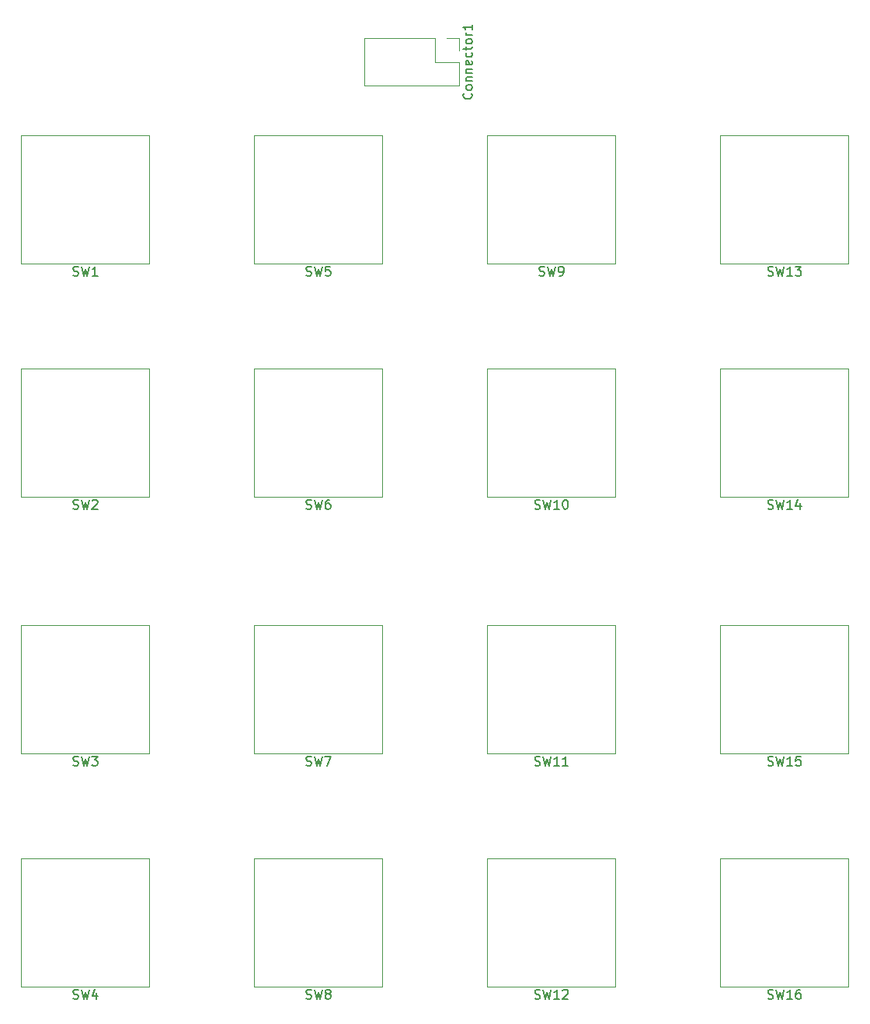
<source format=gbr>
%TF.GenerationSoftware,KiCad,Pcbnew,7.0.9-7.0.9~ubuntu22.04.1*%
%TF.CreationDate,2023-12-14T14:55:04+01:00*%
%TF.ProjectId,odooPad,6f646f6f-5061-4642-9e6b-696361645f70,rev?*%
%TF.SameCoordinates,Original*%
%TF.FileFunction,Legend,Top*%
%TF.FilePolarity,Positive*%
%FSLAX46Y46*%
G04 Gerber Fmt 4.6, Leading zero omitted, Abs format (unit mm)*
G04 Created by KiCad (PCBNEW 7.0.9-7.0.9~ubuntu22.04.1) date 2023-12-14 14:55:04*
%MOMM*%
%LPD*%
G01*
G04 APERTURE LIST*
%ADD10C,0.150000*%
%ADD11C,0.120000*%
G04 APERTURE END LIST*
D10*
X148739580Y-39258572D02*
X148787200Y-39306191D01*
X148787200Y-39306191D02*
X148834819Y-39449048D01*
X148834819Y-39449048D02*
X148834819Y-39544286D01*
X148834819Y-39544286D02*
X148787200Y-39687143D01*
X148787200Y-39687143D02*
X148691961Y-39782381D01*
X148691961Y-39782381D02*
X148596723Y-39830000D01*
X148596723Y-39830000D02*
X148406247Y-39877619D01*
X148406247Y-39877619D02*
X148263390Y-39877619D01*
X148263390Y-39877619D02*
X148072914Y-39830000D01*
X148072914Y-39830000D02*
X147977676Y-39782381D01*
X147977676Y-39782381D02*
X147882438Y-39687143D01*
X147882438Y-39687143D02*
X147834819Y-39544286D01*
X147834819Y-39544286D02*
X147834819Y-39449048D01*
X147834819Y-39449048D02*
X147882438Y-39306191D01*
X147882438Y-39306191D02*
X147930057Y-39258572D01*
X148834819Y-38687143D02*
X148787200Y-38782381D01*
X148787200Y-38782381D02*
X148739580Y-38830000D01*
X148739580Y-38830000D02*
X148644342Y-38877619D01*
X148644342Y-38877619D02*
X148358628Y-38877619D01*
X148358628Y-38877619D02*
X148263390Y-38830000D01*
X148263390Y-38830000D02*
X148215771Y-38782381D01*
X148215771Y-38782381D02*
X148168152Y-38687143D01*
X148168152Y-38687143D02*
X148168152Y-38544286D01*
X148168152Y-38544286D02*
X148215771Y-38449048D01*
X148215771Y-38449048D02*
X148263390Y-38401429D01*
X148263390Y-38401429D02*
X148358628Y-38353810D01*
X148358628Y-38353810D02*
X148644342Y-38353810D01*
X148644342Y-38353810D02*
X148739580Y-38401429D01*
X148739580Y-38401429D02*
X148787200Y-38449048D01*
X148787200Y-38449048D02*
X148834819Y-38544286D01*
X148834819Y-38544286D02*
X148834819Y-38687143D01*
X148168152Y-37925238D02*
X148834819Y-37925238D01*
X148263390Y-37925238D02*
X148215771Y-37877619D01*
X148215771Y-37877619D02*
X148168152Y-37782381D01*
X148168152Y-37782381D02*
X148168152Y-37639524D01*
X148168152Y-37639524D02*
X148215771Y-37544286D01*
X148215771Y-37544286D02*
X148311009Y-37496667D01*
X148311009Y-37496667D02*
X148834819Y-37496667D01*
X148168152Y-37020476D02*
X148834819Y-37020476D01*
X148263390Y-37020476D02*
X148215771Y-36972857D01*
X148215771Y-36972857D02*
X148168152Y-36877619D01*
X148168152Y-36877619D02*
X148168152Y-36734762D01*
X148168152Y-36734762D02*
X148215771Y-36639524D01*
X148215771Y-36639524D02*
X148311009Y-36591905D01*
X148311009Y-36591905D02*
X148834819Y-36591905D01*
X148787200Y-35734762D02*
X148834819Y-35830000D01*
X148834819Y-35830000D02*
X148834819Y-36020476D01*
X148834819Y-36020476D02*
X148787200Y-36115714D01*
X148787200Y-36115714D02*
X148691961Y-36163333D01*
X148691961Y-36163333D02*
X148311009Y-36163333D01*
X148311009Y-36163333D02*
X148215771Y-36115714D01*
X148215771Y-36115714D02*
X148168152Y-36020476D01*
X148168152Y-36020476D02*
X148168152Y-35830000D01*
X148168152Y-35830000D02*
X148215771Y-35734762D01*
X148215771Y-35734762D02*
X148311009Y-35687143D01*
X148311009Y-35687143D02*
X148406247Y-35687143D01*
X148406247Y-35687143D02*
X148501485Y-36163333D01*
X148787200Y-34830000D02*
X148834819Y-34925238D01*
X148834819Y-34925238D02*
X148834819Y-35115714D01*
X148834819Y-35115714D02*
X148787200Y-35210952D01*
X148787200Y-35210952D02*
X148739580Y-35258571D01*
X148739580Y-35258571D02*
X148644342Y-35306190D01*
X148644342Y-35306190D02*
X148358628Y-35306190D01*
X148358628Y-35306190D02*
X148263390Y-35258571D01*
X148263390Y-35258571D02*
X148215771Y-35210952D01*
X148215771Y-35210952D02*
X148168152Y-35115714D01*
X148168152Y-35115714D02*
X148168152Y-34925238D01*
X148168152Y-34925238D02*
X148215771Y-34830000D01*
X148168152Y-34544285D02*
X148168152Y-34163333D01*
X147834819Y-34401428D02*
X148691961Y-34401428D01*
X148691961Y-34401428D02*
X148787200Y-34353809D01*
X148787200Y-34353809D02*
X148834819Y-34258571D01*
X148834819Y-34258571D02*
X148834819Y-34163333D01*
X148834819Y-33687142D02*
X148787200Y-33782380D01*
X148787200Y-33782380D02*
X148739580Y-33829999D01*
X148739580Y-33829999D02*
X148644342Y-33877618D01*
X148644342Y-33877618D02*
X148358628Y-33877618D01*
X148358628Y-33877618D02*
X148263390Y-33829999D01*
X148263390Y-33829999D02*
X148215771Y-33782380D01*
X148215771Y-33782380D02*
X148168152Y-33687142D01*
X148168152Y-33687142D02*
X148168152Y-33544285D01*
X148168152Y-33544285D02*
X148215771Y-33449047D01*
X148215771Y-33449047D02*
X148263390Y-33401428D01*
X148263390Y-33401428D02*
X148358628Y-33353809D01*
X148358628Y-33353809D02*
X148644342Y-33353809D01*
X148644342Y-33353809D02*
X148739580Y-33401428D01*
X148739580Y-33401428D02*
X148787200Y-33449047D01*
X148787200Y-33449047D02*
X148834819Y-33544285D01*
X148834819Y-33544285D02*
X148834819Y-33687142D01*
X148834819Y-32925237D02*
X148168152Y-32925237D01*
X148358628Y-32925237D02*
X148263390Y-32877618D01*
X148263390Y-32877618D02*
X148215771Y-32829999D01*
X148215771Y-32829999D02*
X148168152Y-32734761D01*
X148168152Y-32734761D02*
X148168152Y-32639523D01*
X148834819Y-31782380D02*
X148834819Y-32353808D01*
X148834819Y-32068094D02*
X147834819Y-32068094D01*
X147834819Y-32068094D02*
X147977676Y-32163332D01*
X147977676Y-32163332D02*
X148072914Y-32258570D01*
X148072914Y-32258570D02*
X148120533Y-32353808D01*
X155670476Y-137821200D02*
X155813333Y-137868819D01*
X155813333Y-137868819D02*
X156051428Y-137868819D01*
X156051428Y-137868819D02*
X156146666Y-137821200D01*
X156146666Y-137821200D02*
X156194285Y-137773580D01*
X156194285Y-137773580D02*
X156241904Y-137678342D01*
X156241904Y-137678342D02*
X156241904Y-137583104D01*
X156241904Y-137583104D02*
X156194285Y-137487866D01*
X156194285Y-137487866D02*
X156146666Y-137440247D01*
X156146666Y-137440247D02*
X156051428Y-137392628D01*
X156051428Y-137392628D02*
X155860952Y-137345009D01*
X155860952Y-137345009D02*
X155765714Y-137297390D01*
X155765714Y-137297390D02*
X155718095Y-137249771D01*
X155718095Y-137249771D02*
X155670476Y-137154533D01*
X155670476Y-137154533D02*
X155670476Y-137059295D01*
X155670476Y-137059295D02*
X155718095Y-136964057D01*
X155718095Y-136964057D02*
X155765714Y-136916438D01*
X155765714Y-136916438D02*
X155860952Y-136868819D01*
X155860952Y-136868819D02*
X156099047Y-136868819D01*
X156099047Y-136868819D02*
X156241904Y-136916438D01*
X156575238Y-136868819D02*
X156813333Y-137868819D01*
X156813333Y-137868819D02*
X157003809Y-137154533D01*
X157003809Y-137154533D02*
X157194285Y-137868819D01*
X157194285Y-137868819D02*
X157432381Y-136868819D01*
X158337142Y-137868819D02*
X157765714Y-137868819D01*
X158051428Y-137868819D02*
X158051428Y-136868819D01*
X158051428Y-136868819D02*
X157956190Y-137011676D01*
X157956190Y-137011676D02*
X157860952Y-137106914D01*
X157860952Y-137106914D02*
X157765714Y-137154533D01*
X158718095Y-136964057D02*
X158765714Y-136916438D01*
X158765714Y-136916438D02*
X158860952Y-136868819D01*
X158860952Y-136868819D02*
X159099047Y-136868819D01*
X159099047Y-136868819D02*
X159194285Y-136916438D01*
X159194285Y-136916438D02*
X159241904Y-136964057D01*
X159241904Y-136964057D02*
X159289523Y-137059295D01*
X159289523Y-137059295D02*
X159289523Y-137154533D01*
X159289523Y-137154533D02*
X159241904Y-137297390D01*
X159241904Y-137297390D02*
X158670476Y-137868819D01*
X158670476Y-137868819D02*
X159289523Y-137868819D01*
X181070476Y-59081200D02*
X181213333Y-59128819D01*
X181213333Y-59128819D02*
X181451428Y-59128819D01*
X181451428Y-59128819D02*
X181546666Y-59081200D01*
X181546666Y-59081200D02*
X181594285Y-59033580D01*
X181594285Y-59033580D02*
X181641904Y-58938342D01*
X181641904Y-58938342D02*
X181641904Y-58843104D01*
X181641904Y-58843104D02*
X181594285Y-58747866D01*
X181594285Y-58747866D02*
X181546666Y-58700247D01*
X181546666Y-58700247D02*
X181451428Y-58652628D01*
X181451428Y-58652628D02*
X181260952Y-58605009D01*
X181260952Y-58605009D02*
X181165714Y-58557390D01*
X181165714Y-58557390D02*
X181118095Y-58509771D01*
X181118095Y-58509771D02*
X181070476Y-58414533D01*
X181070476Y-58414533D02*
X181070476Y-58319295D01*
X181070476Y-58319295D02*
X181118095Y-58224057D01*
X181118095Y-58224057D02*
X181165714Y-58176438D01*
X181165714Y-58176438D02*
X181260952Y-58128819D01*
X181260952Y-58128819D02*
X181499047Y-58128819D01*
X181499047Y-58128819D02*
X181641904Y-58176438D01*
X181975238Y-58128819D02*
X182213333Y-59128819D01*
X182213333Y-59128819D02*
X182403809Y-58414533D01*
X182403809Y-58414533D02*
X182594285Y-59128819D01*
X182594285Y-59128819D02*
X182832381Y-58128819D01*
X183737142Y-59128819D02*
X183165714Y-59128819D01*
X183451428Y-59128819D02*
X183451428Y-58128819D01*
X183451428Y-58128819D02*
X183356190Y-58271676D01*
X183356190Y-58271676D02*
X183260952Y-58366914D01*
X183260952Y-58366914D02*
X183165714Y-58414533D01*
X184070476Y-58128819D02*
X184689523Y-58128819D01*
X184689523Y-58128819D02*
X184356190Y-58509771D01*
X184356190Y-58509771D02*
X184499047Y-58509771D01*
X184499047Y-58509771D02*
X184594285Y-58557390D01*
X184594285Y-58557390D02*
X184641904Y-58605009D01*
X184641904Y-58605009D02*
X184689523Y-58700247D01*
X184689523Y-58700247D02*
X184689523Y-58938342D01*
X184689523Y-58938342D02*
X184641904Y-59033580D01*
X184641904Y-59033580D02*
X184594285Y-59081200D01*
X184594285Y-59081200D02*
X184499047Y-59128819D01*
X184499047Y-59128819D02*
X184213333Y-59128819D01*
X184213333Y-59128819D02*
X184118095Y-59081200D01*
X184118095Y-59081200D02*
X184070476Y-59033580D01*
X130746667Y-84481200D02*
X130889524Y-84528819D01*
X130889524Y-84528819D02*
X131127619Y-84528819D01*
X131127619Y-84528819D02*
X131222857Y-84481200D01*
X131222857Y-84481200D02*
X131270476Y-84433580D01*
X131270476Y-84433580D02*
X131318095Y-84338342D01*
X131318095Y-84338342D02*
X131318095Y-84243104D01*
X131318095Y-84243104D02*
X131270476Y-84147866D01*
X131270476Y-84147866D02*
X131222857Y-84100247D01*
X131222857Y-84100247D02*
X131127619Y-84052628D01*
X131127619Y-84052628D02*
X130937143Y-84005009D01*
X130937143Y-84005009D02*
X130841905Y-83957390D01*
X130841905Y-83957390D02*
X130794286Y-83909771D01*
X130794286Y-83909771D02*
X130746667Y-83814533D01*
X130746667Y-83814533D02*
X130746667Y-83719295D01*
X130746667Y-83719295D02*
X130794286Y-83624057D01*
X130794286Y-83624057D02*
X130841905Y-83576438D01*
X130841905Y-83576438D02*
X130937143Y-83528819D01*
X130937143Y-83528819D02*
X131175238Y-83528819D01*
X131175238Y-83528819D02*
X131318095Y-83576438D01*
X131651429Y-83528819D02*
X131889524Y-84528819D01*
X131889524Y-84528819D02*
X132080000Y-83814533D01*
X132080000Y-83814533D02*
X132270476Y-84528819D01*
X132270476Y-84528819D02*
X132508572Y-83528819D01*
X133318095Y-83528819D02*
X133127619Y-83528819D01*
X133127619Y-83528819D02*
X133032381Y-83576438D01*
X133032381Y-83576438D02*
X132984762Y-83624057D01*
X132984762Y-83624057D02*
X132889524Y-83766914D01*
X132889524Y-83766914D02*
X132841905Y-83957390D01*
X132841905Y-83957390D02*
X132841905Y-84338342D01*
X132841905Y-84338342D02*
X132889524Y-84433580D01*
X132889524Y-84433580D02*
X132937143Y-84481200D01*
X132937143Y-84481200D02*
X133032381Y-84528819D01*
X133032381Y-84528819D02*
X133222857Y-84528819D01*
X133222857Y-84528819D02*
X133318095Y-84481200D01*
X133318095Y-84481200D02*
X133365714Y-84433580D01*
X133365714Y-84433580D02*
X133413333Y-84338342D01*
X133413333Y-84338342D02*
X133413333Y-84100247D01*
X133413333Y-84100247D02*
X133365714Y-84005009D01*
X133365714Y-84005009D02*
X133318095Y-83957390D01*
X133318095Y-83957390D02*
X133222857Y-83909771D01*
X133222857Y-83909771D02*
X133032381Y-83909771D01*
X133032381Y-83909771D02*
X132937143Y-83957390D01*
X132937143Y-83957390D02*
X132889524Y-84005009D01*
X132889524Y-84005009D02*
X132841905Y-84100247D01*
X105346667Y-59081200D02*
X105489524Y-59128819D01*
X105489524Y-59128819D02*
X105727619Y-59128819D01*
X105727619Y-59128819D02*
X105822857Y-59081200D01*
X105822857Y-59081200D02*
X105870476Y-59033580D01*
X105870476Y-59033580D02*
X105918095Y-58938342D01*
X105918095Y-58938342D02*
X105918095Y-58843104D01*
X105918095Y-58843104D02*
X105870476Y-58747866D01*
X105870476Y-58747866D02*
X105822857Y-58700247D01*
X105822857Y-58700247D02*
X105727619Y-58652628D01*
X105727619Y-58652628D02*
X105537143Y-58605009D01*
X105537143Y-58605009D02*
X105441905Y-58557390D01*
X105441905Y-58557390D02*
X105394286Y-58509771D01*
X105394286Y-58509771D02*
X105346667Y-58414533D01*
X105346667Y-58414533D02*
X105346667Y-58319295D01*
X105346667Y-58319295D02*
X105394286Y-58224057D01*
X105394286Y-58224057D02*
X105441905Y-58176438D01*
X105441905Y-58176438D02*
X105537143Y-58128819D01*
X105537143Y-58128819D02*
X105775238Y-58128819D01*
X105775238Y-58128819D02*
X105918095Y-58176438D01*
X106251429Y-58128819D02*
X106489524Y-59128819D01*
X106489524Y-59128819D02*
X106680000Y-58414533D01*
X106680000Y-58414533D02*
X106870476Y-59128819D01*
X106870476Y-59128819D02*
X107108572Y-58128819D01*
X108013333Y-59128819D02*
X107441905Y-59128819D01*
X107727619Y-59128819D02*
X107727619Y-58128819D01*
X107727619Y-58128819D02*
X107632381Y-58271676D01*
X107632381Y-58271676D02*
X107537143Y-58366914D01*
X107537143Y-58366914D02*
X107441905Y-58414533D01*
X181070476Y-112421200D02*
X181213333Y-112468819D01*
X181213333Y-112468819D02*
X181451428Y-112468819D01*
X181451428Y-112468819D02*
X181546666Y-112421200D01*
X181546666Y-112421200D02*
X181594285Y-112373580D01*
X181594285Y-112373580D02*
X181641904Y-112278342D01*
X181641904Y-112278342D02*
X181641904Y-112183104D01*
X181641904Y-112183104D02*
X181594285Y-112087866D01*
X181594285Y-112087866D02*
X181546666Y-112040247D01*
X181546666Y-112040247D02*
X181451428Y-111992628D01*
X181451428Y-111992628D02*
X181260952Y-111945009D01*
X181260952Y-111945009D02*
X181165714Y-111897390D01*
X181165714Y-111897390D02*
X181118095Y-111849771D01*
X181118095Y-111849771D02*
X181070476Y-111754533D01*
X181070476Y-111754533D02*
X181070476Y-111659295D01*
X181070476Y-111659295D02*
X181118095Y-111564057D01*
X181118095Y-111564057D02*
X181165714Y-111516438D01*
X181165714Y-111516438D02*
X181260952Y-111468819D01*
X181260952Y-111468819D02*
X181499047Y-111468819D01*
X181499047Y-111468819D02*
X181641904Y-111516438D01*
X181975238Y-111468819D02*
X182213333Y-112468819D01*
X182213333Y-112468819D02*
X182403809Y-111754533D01*
X182403809Y-111754533D02*
X182594285Y-112468819D01*
X182594285Y-112468819D02*
X182832381Y-111468819D01*
X183737142Y-112468819D02*
X183165714Y-112468819D01*
X183451428Y-112468819D02*
X183451428Y-111468819D01*
X183451428Y-111468819D02*
X183356190Y-111611676D01*
X183356190Y-111611676D02*
X183260952Y-111706914D01*
X183260952Y-111706914D02*
X183165714Y-111754533D01*
X184641904Y-111468819D02*
X184165714Y-111468819D01*
X184165714Y-111468819D02*
X184118095Y-111945009D01*
X184118095Y-111945009D02*
X184165714Y-111897390D01*
X184165714Y-111897390D02*
X184260952Y-111849771D01*
X184260952Y-111849771D02*
X184499047Y-111849771D01*
X184499047Y-111849771D02*
X184594285Y-111897390D01*
X184594285Y-111897390D02*
X184641904Y-111945009D01*
X184641904Y-111945009D02*
X184689523Y-112040247D01*
X184689523Y-112040247D02*
X184689523Y-112278342D01*
X184689523Y-112278342D02*
X184641904Y-112373580D01*
X184641904Y-112373580D02*
X184594285Y-112421200D01*
X184594285Y-112421200D02*
X184499047Y-112468819D01*
X184499047Y-112468819D02*
X184260952Y-112468819D01*
X184260952Y-112468819D02*
X184165714Y-112421200D01*
X184165714Y-112421200D02*
X184118095Y-112373580D01*
X181070476Y-137821200D02*
X181213333Y-137868819D01*
X181213333Y-137868819D02*
X181451428Y-137868819D01*
X181451428Y-137868819D02*
X181546666Y-137821200D01*
X181546666Y-137821200D02*
X181594285Y-137773580D01*
X181594285Y-137773580D02*
X181641904Y-137678342D01*
X181641904Y-137678342D02*
X181641904Y-137583104D01*
X181641904Y-137583104D02*
X181594285Y-137487866D01*
X181594285Y-137487866D02*
X181546666Y-137440247D01*
X181546666Y-137440247D02*
X181451428Y-137392628D01*
X181451428Y-137392628D02*
X181260952Y-137345009D01*
X181260952Y-137345009D02*
X181165714Y-137297390D01*
X181165714Y-137297390D02*
X181118095Y-137249771D01*
X181118095Y-137249771D02*
X181070476Y-137154533D01*
X181070476Y-137154533D02*
X181070476Y-137059295D01*
X181070476Y-137059295D02*
X181118095Y-136964057D01*
X181118095Y-136964057D02*
X181165714Y-136916438D01*
X181165714Y-136916438D02*
X181260952Y-136868819D01*
X181260952Y-136868819D02*
X181499047Y-136868819D01*
X181499047Y-136868819D02*
X181641904Y-136916438D01*
X181975238Y-136868819D02*
X182213333Y-137868819D01*
X182213333Y-137868819D02*
X182403809Y-137154533D01*
X182403809Y-137154533D02*
X182594285Y-137868819D01*
X182594285Y-137868819D02*
X182832381Y-136868819D01*
X183737142Y-137868819D02*
X183165714Y-137868819D01*
X183451428Y-137868819D02*
X183451428Y-136868819D01*
X183451428Y-136868819D02*
X183356190Y-137011676D01*
X183356190Y-137011676D02*
X183260952Y-137106914D01*
X183260952Y-137106914D02*
X183165714Y-137154533D01*
X184594285Y-136868819D02*
X184403809Y-136868819D01*
X184403809Y-136868819D02*
X184308571Y-136916438D01*
X184308571Y-136916438D02*
X184260952Y-136964057D01*
X184260952Y-136964057D02*
X184165714Y-137106914D01*
X184165714Y-137106914D02*
X184118095Y-137297390D01*
X184118095Y-137297390D02*
X184118095Y-137678342D01*
X184118095Y-137678342D02*
X184165714Y-137773580D01*
X184165714Y-137773580D02*
X184213333Y-137821200D01*
X184213333Y-137821200D02*
X184308571Y-137868819D01*
X184308571Y-137868819D02*
X184499047Y-137868819D01*
X184499047Y-137868819D02*
X184594285Y-137821200D01*
X184594285Y-137821200D02*
X184641904Y-137773580D01*
X184641904Y-137773580D02*
X184689523Y-137678342D01*
X184689523Y-137678342D02*
X184689523Y-137440247D01*
X184689523Y-137440247D02*
X184641904Y-137345009D01*
X184641904Y-137345009D02*
X184594285Y-137297390D01*
X184594285Y-137297390D02*
X184499047Y-137249771D01*
X184499047Y-137249771D02*
X184308571Y-137249771D01*
X184308571Y-137249771D02*
X184213333Y-137297390D01*
X184213333Y-137297390D02*
X184165714Y-137345009D01*
X184165714Y-137345009D02*
X184118095Y-137440247D01*
X156146667Y-59081200D02*
X156289524Y-59128819D01*
X156289524Y-59128819D02*
X156527619Y-59128819D01*
X156527619Y-59128819D02*
X156622857Y-59081200D01*
X156622857Y-59081200D02*
X156670476Y-59033580D01*
X156670476Y-59033580D02*
X156718095Y-58938342D01*
X156718095Y-58938342D02*
X156718095Y-58843104D01*
X156718095Y-58843104D02*
X156670476Y-58747866D01*
X156670476Y-58747866D02*
X156622857Y-58700247D01*
X156622857Y-58700247D02*
X156527619Y-58652628D01*
X156527619Y-58652628D02*
X156337143Y-58605009D01*
X156337143Y-58605009D02*
X156241905Y-58557390D01*
X156241905Y-58557390D02*
X156194286Y-58509771D01*
X156194286Y-58509771D02*
X156146667Y-58414533D01*
X156146667Y-58414533D02*
X156146667Y-58319295D01*
X156146667Y-58319295D02*
X156194286Y-58224057D01*
X156194286Y-58224057D02*
X156241905Y-58176438D01*
X156241905Y-58176438D02*
X156337143Y-58128819D01*
X156337143Y-58128819D02*
X156575238Y-58128819D01*
X156575238Y-58128819D02*
X156718095Y-58176438D01*
X157051429Y-58128819D02*
X157289524Y-59128819D01*
X157289524Y-59128819D02*
X157480000Y-58414533D01*
X157480000Y-58414533D02*
X157670476Y-59128819D01*
X157670476Y-59128819D02*
X157908572Y-58128819D01*
X158337143Y-59128819D02*
X158527619Y-59128819D01*
X158527619Y-59128819D02*
X158622857Y-59081200D01*
X158622857Y-59081200D02*
X158670476Y-59033580D01*
X158670476Y-59033580D02*
X158765714Y-58890723D01*
X158765714Y-58890723D02*
X158813333Y-58700247D01*
X158813333Y-58700247D02*
X158813333Y-58319295D01*
X158813333Y-58319295D02*
X158765714Y-58224057D01*
X158765714Y-58224057D02*
X158718095Y-58176438D01*
X158718095Y-58176438D02*
X158622857Y-58128819D01*
X158622857Y-58128819D02*
X158432381Y-58128819D01*
X158432381Y-58128819D02*
X158337143Y-58176438D01*
X158337143Y-58176438D02*
X158289524Y-58224057D01*
X158289524Y-58224057D02*
X158241905Y-58319295D01*
X158241905Y-58319295D02*
X158241905Y-58557390D01*
X158241905Y-58557390D02*
X158289524Y-58652628D01*
X158289524Y-58652628D02*
X158337143Y-58700247D01*
X158337143Y-58700247D02*
X158432381Y-58747866D01*
X158432381Y-58747866D02*
X158622857Y-58747866D01*
X158622857Y-58747866D02*
X158718095Y-58700247D01*
X158718095Y-58700247D02*
X158765714Y-58652628D01*
X158765714Y-58652628D02*
X158813333Y-58557390D01*
X130746667Y-137821200D02*
X130889524Y-137868819D01*
X130889524Y-137868819D02*
X131127619Y-137868819D01*
X131127619Y-137868819D02*
X131222857Y-137821200D01*
X131222857Y-137821200D02*
X131270476Y-137773580D01*
X131270476Y-137773580D02*
X131318095Y-137678342D01*
X131318095Y-137678342D02*
X131318095Y-137583104D01*
X131318095Y-137583104D02*
X131270476Y-137487866D01*
X131270476Y-137487866D02*
X131222857Y-137440247D01*
X131222857Y-137440247D02*
X131127619Y-137392628D01*
X131127619Y-137392628D02*
X130937143Y-137345009D01*
X130937143Y-137345009D02*
X130841905Y-137297390D01*
X130841905Y-137297390D02*
X130794286Y-137249771D01*
X130794286Y-137249771D02*
X130746667Y-137154533D01*
X130746667Y-137154533D02*
X130746667Y-137059295D01*
X130746667Y-137059295D02*
X130794286Y-136964057D01*
X130794286Y-136964057D02*
X130841905Y-136916438D01*
X130841905Y-136916438D02*
X130937143Y-136868819D01*
X130937143Y-136868819D02*
X131175238Y-136868819D01*
X131175238Y-136868819D02*
X131318095Y-136916438D01*
X131651429Y-136868819D02*
X131889524Y-137868819D01*
X131889524Y-137868819D02*
X132080000Y-137154533D01*
X132080000Y-137154533D02*
X132270476Y-137868819D01*
X132270476Y-137868819D02*
X132508572Y-136868819D01*
X133032381Y-137297390D02*
X132937143Y-137249771D01*
X132937143Y-137249771D02*
X132889524Y-137202152D01*
X132889524Y-137202152D02*
X132841905Y-137106914D01*
X132841905Y-137106914D02*
X132841905Y-137059295D01*
X132841905Y-137059295D02*
X132889524Y-136964057D01*
X132889524Y-136964057D02*
X132937143Y-136916438D01*
X132937143Y-136916438D02*
X133032381Y-136868819D01*
X133032381Y-136868819D02*
X133222857Y-136868819D01*
X133222857Y-136868819D02*
X133318095Y-136916438D01*
X133318095Y-136916438D02*
X133365714Y-136964057D01*
X133365714Y-136964057D02*
X133413333Y-137059295D01*
X133413333Y-137059295D02*
X133413333Y-137106914D01*
X133413333Y-137106914D02*
X133365714Y-137202152D01*
X133365714Y-137202152D02*
X133318095Y-137249771D01*
X133318095Y-137249771D02*
X133222857Y-137297390D01*
X133222857Y-137297390D02*
X133032381Y-137297390D01*
X133032381Y-137297390D02*
X132937143Y-137345009D01*
X132937143Y-137345009D02*
X132889524Y-137392628D01*
X132889524Y-137392628D02*
X132841905Y-137487866D01*
X132841905Y-137487866D02*
X132841905Y-137678342D01*
X132841905Y-137678342D02*
X132889524Y-137773580D01*
X132889524Y-137773580D02*
X132937143Y-137821200D01*
X132937143Y-137821200D02*
X133032381Y-137868819D01*
X133032381Y-137868819D02*
X133222857Y-137868819D01*
X133222857Y-137868819D02*
X133318095Y-137821200D01*
X133318095Y-137821200D02*
X133365714Y-137773580D01*
X133365714Y-137773580D02*
X133413333Y-137678342D01*
X133413333Y-137678342D02*
X133413333Y-137487866D01*
X133413333Y-137487866D02*
X133365714Y-137392628D01*
X133365714Y-137392628D02*
X133318095Y-137345009D01*
X133318095Y-137345009D02*
X133222857Y-137297390D01*
X130746667Y-59081200D02*
X130889524Y-59128819D01*
X130889524Y-59128819D02*
X131127619Y-59128819D01*
X131127619Y-59128819D02*
X131222857Y-59081200D01*
X131222857Y-59081200D02*
X131270476Y-59033580D01*
X131270476Y-59033580D02*
X131318095Y-58938342D01*
X131318095Y-58938342D02*
X131318095Y-58843104D01*
X131318095Y-58843104D02*
X131270476Y-58747866D01*
X131270476Y-58747866D02*
X131222857Y-58700247D01*
X131222857Y-58700247D02*
X131127619Y-58652628D01*
X131127619Y-58652628D02*
X130937143Y-58605009D01*
X130937143Y-58605009D02*
X130841905Y-58557390D01*
X130841905Y-58557390D02*
X130794286Y-58509771D01*
X130794286Y-58509771D02*
X130746667Y-58414533D01*
X130746667Y-58414533D02*
X130746667Y-58319295D01*
X130746667Y-58319295D02*
X130794286Y-58224057D01*
X130794286Y-58224057D02*
X130841905Y-58176438D01*
X130841905Y-58176438D02*
X130937143Y-58128819D01*
X130937143Y-58128819D02*
X131175238Y-58128819D01*
X131175238Y-58128819D02*
X131318095Y-58176438D01*
X131651429Y-58128819D02*
X131889524Y-59128819D01*
X131889524Y-59128819D02*
X132080000Y-58414533D01*
X132080000Y-58414533D02*
X132270476Y-59128819D01*
X132270476Y-59128819D02*
X132508572Y-58128819D01*
X133365714Y-58128819D02*
X132889524Y-58128819D01*
X132889524Y-58128819D02*
X132841905Y-58605009D01*
X132841905Y-58605009D02*
X132889524Y-58557390D01*
X132889524Y-58557390D02*
X132984762Y-58509771D01*
X132984762Y-58509771D02*
X133222857Y-58509771D01*
X133222857Y-58509771D02*
X133318095Y-58557390D01*
X133318095Y-58557390D02*
X133365714Y-58605009D01*
X133365714Y-58605009D02*
X133413333Y-58700247D01*
X133413333Y-58700247D02*
X133413333Y-58938342D01*
X133413333Y-58938342D02*
X133365714Y-59033580D01*
X133365714Y-59033580D02*
X133318095Y-59081200D01*
X133318095Y-59081200D02*
X133222857Y-59128819D01*
X133222857Y-59128819D02*
X132984762Y-59128819D01*
X132984762Y-59128819D02*
X132889524Y-59081200D01*
X132889524Y-59081200D02*
X132841905Y-59033580D01*
X130746667Y-112421200D02*
X130889524Y-112468819D01*
X130889524Y-112468819D02*
X131127619Y-112468819D01*
X131127619Y-112468819D02*
X131222857Y-112421200D01*
X131222857Y-112421200D02*
X131270476Y-112373580D01*
X131270476Y-112373580D02*
X131318095Y-112278342D01*
X131318095Y-112278342D02*
X131318095Y-112183104D01*
X131318095Y-112183104D02*
X131270476Y-112087866D01*
X131270476Y-112087866D02*
X131222857Y-112040247D01*
X131222857Y-112040247D02*
X131127619Y-111992628D01*
X131127619Y-111992628D02*
X130937143Y-111945009D01*
X130937143Y-111945009D02*
X130841905Y-111897390D01*
X130841905Y-111897390D02*
X130794286Y-111849771D01*
X130794286Y-111849771D02*
X130746667Y-111754533D01*
X130746667Y-111754533D02*
X130746667Y-111659295D01*
X130746667Y-111659295D02*
X130794286Y-111564057D01*
X130794286Y-111564057D02*
X130841905Y-111516438D01*
X130841905Y-111516438D02*
X130937143Y-111468819D01*
X130937143Y-111468819D02*
X131175238Y-111468819D01*
X131175238Y-111468819D02*
X131318095Y-111516438D01*
X131651429Y-111468819D02*
X131889524Y-112468819D01*
X131889524Y-112468819D02*
X132080000Y-111754533D01*
X132080000Y-111754533D02*
X132270476Y-112468819D01*
X132270476Y-112468819D02*
X132508572Y-111468819D01*
X132794286Y-111468819D02*
X133460952Y-111468819D01*
X133460952Y-111468819D02*
X133032381Y-112468819D01*
X181070476Y-84481200D02*
X181213333Y-84528819D01*
X181213333Y-84528819D02*
X181451428Y-84528819D01*
X181451428Y-84528819D02*
X181546666Y-84481200D01*
X181546666Y-84481200D02*
X181594285Y-84433580D01*
X181594285Y-84433580D02*
X181641904Y-84338342D01*
X181641904Y-84338342D02*
X181641904Y-84243104D01*
X181641904Y-84243104D02*
X181594285Y-84147866D01*
X181594285Y-84147866D02*
X181546666Y-84100247D01*
X181546666Y-84100247D02*
X181451428Y-84052628D01*
X181451428Y-84052628D02*
X181260952Y-84005009D01*
X181260952Y-84005009D02*
X181165714Y-83957390D01*
X181165714Y-83957390D02*
X181118095Y-83909771D01*
X181118095Y-83909771D02*
X181070476Y-83814533D01*
X181070476Y-83814533D02*
X181070476Y-83719295D01*
X181070476Y-83719295D02*
X181118095Y-83624057D01*
X181118095Y-83624057D02*
X181165714Y-83576438D01*
X181165714Y-83576438D02*
X181260952Y-83528819D01*
X181260952Y-83528819D02*
X181499047Y-83528819D01*
X181499047Y-83528819D02*
X181641904Y-83576438D01*
X181975238Y-83528819D02*
X182213333Y-84528819D01*
X182213333Y-84528819D02*
X182403809Y-83814533D01*
X182403809Y-83814533D02*
X182594285Y-84528819D01*
X182594285Y-84528819D02*
X182832381Y-83528819D01*
X183737142Y-84528819D02*
X183165714Y-84528819D01*
X183451428Y-84528819D02*
X183451428Y-83528819D01*
X183451428Y-83528819D02*
X183356190Y-83671676D01*
X183356190Y-83671676D02*
X183260952Y-83766914D01*
X183260952Y-83766914D02*
X183165714Y-83814533D01*
X184594285Y-83862152D02*
X184594285Y-84528819D01*
X184356190Y-83481200D02*
X184118095Y-84195485D01*
X184118095Y-84195485D02*
X184737142Y-84195485D01*
X105346667Y-112421200D02*
X105489524Y-112468819D01*
X105489524Y-112468819D02*
X105727619Y-112468819D01*
X105727619Y-112468819D02*
X105822857Y-112421200D01*
X105822857Y-112421200D02*
X105870476Y-112373580D01*
X105870476Y-112373580D02*
X105918095Y-112278342D01*
X105918095Y-112278342D02*
X105918095Y-112183104D01*
X105918095Y-112183104D02*
X105870476Y-112087866D01*
X105870476Y-112087866D02*
X105822857Y-112040247D01*
X105822857Y-112040247D02*
X105727619Y-111992628D01*
X105727619Y-111992628D02*
X105537143Y-111945009D01*
X105537143Y-111945009D02*
X105441905Y-111897390D01*
X105441905Y-111897390D02*
X105394286Y-111849771D01*
X105394286Y-111849771D02*
X105346667Y-111754533D01*
X105346667Y-111754533D02*
X105346667Y-111659295D01*
X105346667Y-111659295D02*
X105394286Y-111564057D01*
X105394286Y-111564057D02*
X105441905Y-111516438D01*
X105441905Y-111516438D02*
X105537143Y-111468819D01*
X105537143Y-111468819D02*
X105775238Y-111468819D01*
X105775238Y-111468819D02*
X105918095Y-111516438D01*
X106251429Y-111468819D02*
X106489524Y-112468819D01*
X106489524Y-112468819D02*
X106680000Y-111754533D01*
X106680000Y-111754533D02*
X106870476Y-112468819D01*
X106870476Y-112468819D02*
X107108572Y-111468819D01*
X107394286Y-111468819D02*
X108013333Y-111468819D01*
X108013333Y-111468819D02*
X107680000Y-111849771D01*
X107680000Y-111849771D02*
X107822857Y-111849771D01*
X107822857Y-111849771D02*
X107918095Y-111897390D01*
X107918095Y-111897390D02*
X107965714Y-111945009D01*
X107965714Y-111945009D02*
X108013333Y-112040247D01*
X108013333Y-112040247D02*
X108013333Y-112278342D01*
X108013333Y-112278342D02*
X107965714Y-112373580D01*
X107965714Y-112373580D02*
X107918095Y-112421200D01*
X107918095Y-112421200D02*
X107822857Y-112468819D01*
X107822857Y-112468819D02*
X107537143Y-112468819D01*
X107537143Y-112468819D02*
X107441905Y-112421200D01*
X107441905Y-112421200D02*
X107394286Y-112373580D01*
X155670476Y-112421200D02*
X155813333Y-112468819D01*
X155813333Y-112468819D02*
X156051428Y-112468819D01*
X156051428Y-112468819D02*
X156146666Y-112421200D01*
X156146666Y-112421200D02*
X156194285Y-112373580D01*
X156194285Y-112373580D02*
X156241904Y-112278342D01*
X156241904Y-112278342D02*
X156241904Y-112183104D01*
X156241904Y-112183104D02*
X156194285Y-112087866D01*
X156194285Y-112087866D02*
X156146666Y-112040247D01*
X156146666Y-112040247D02*
X156051428Y-111992628D01*
X156051428Y-111992628D02*
X155860952Y-111945009D01*
X155860952Y-111945009D02*
X155765714Y-111897390D01*
X155765714Y-111897390D02*
X155718095Y-111849771D01*
X155718095Y-111849771D02*
X155670476Y-111754533D01*
X155670476Y-111754533D02*
X155670476Y-111659295D01*
X155670476Y-111659295D02*
X155718095Y-111564057D01*
X155718095Y-111564057D02*
X155765714Y-111516438D01*
X155765714Y-111516438D02*
X155860952Y-111468819D01*
X155860952Y-111468819D02*
X156099047Y-111468819D01*
X156099047Y-111468819D02*
X156241904Y-111516438D01*
X156575238Y-111468819D02*
X156813333Y-112468819D01*
X156813333Y-112468819D02*
X157003809Y-111754533D01*
X157003809Y-111754533D02*
X157194285Y-112468819D01*
X157194285Y-112468819D02*
X157432381Y-111468819D01*
X158337142Y-112468819D02*
X157765714Y-112468819D01*
X158051428Y-112468819D02*
X158051428Y-111468819D01*
X158051428Y-111468819D02*
X157956190Y-111611676D01*
X157956190Y-111611676D02*
X157860952Y-111706914D01*
X157860952Y-111706914D02*
X157765714Y-111754533D01*
X159289523Y-112468819D02*
X158718095Y-112468819D01*
X159003809Y-112468819D02*
X159003809Y-111468819D01*
X159003809Y-111468819D02*
X158908571Y-111611676D01*
X158908571Y-111611676D02*
X158813333Y-111706914D01*
X158813333Y-111706914D02*
X158718095Y-111754533D01*
X105346667Y-137821200D02*
X105489524Y-137868819D01*
X105489524Y-137868819D02*
X105727619Y-137868819D01*
X105727619Y-137868819D02*
X105822857Y-137821200D01*
X105822857Y-137821200D02*
X105870476Y-137773580D01*
X105870476Y-137773580D02*
X105918095Y-137678342D01*
X105918095Y-137678342D02*
X105918095Y-137583104D01*
X105918095Y-137583104D02*
X105870476Y-137487866D01*
X105870476Y-137487866D02*
X105822857Y-137440247D01*
X105822857Y-137440247D02*
X105727619Y-137392628D01*
X105727619Y-137392628D02*
X105537143Y-137345009D01*
X105537143Y-137345009D02*
X105441905Y-137297390D01*
X105441905Y-137297390D02*
X105394286Y-137249771D01*
X105394286Y-137249771D02*
X105346667Y-137154533D01*
X105346667Y-137154533D02*
X105346667Y-137059295D01*
X105346667Y-137059295D02*
X105394286Y-136964057D01*
X105394286Y-136964057D02*
X105441905Y-136916438D01*
X105441905Y-136916438D02*
X105537143Y-136868819D01*
X105537143Y-136868819D02*
X105775238Y-136868819D01*
X105775238Y-136868819D02*
X105918095Y-136916438D01*
X106251429Y-136868819D02*
X106489524Y-137868819D01*
X106489524Y-137868819D02*
X106680000Y-137154533D01*
X106680000Y-137154533D02*
X106870476Y-137868819D01*
X106870476Y-137868819D02*
X107108572Y-136868819D01*
X107918095Y-137202152D02*
X107918095Y-137868819D01*
X107680000Y-136821200D02*
X107441905Y-137535485D01*
X107441905Y-137535485D02*
X108060952Y-137535485D01*
X155670476Y-84481200D02*
X155813333Y-84528819D01*
X155813333Y-84528819D02*
X156051428Y-84528819D01*
X156051428Y-84528819D02*
X156146666Y-84481200D01*
X156146666Y-84481200D02*
X156194285Y-84433580D01*
X156194285Y-84433580D02*
X156241904Y-84338342D01*
X156241904Y-84338342D02*
X156241904Y-84243104D01*
X156241904Y-84243104D02*
X156194285Y-84147866D01*
X156194285Y-84147866D02*
X156146666Y-84100247D01*
X156146666Y-84100247D02*
X156051428Y-84052628D01*
X156051428Y-84052628D02*
X155860952Y-84005009D01*
X155860952Y-84005009D02*
X155765714Y-83957390D01*
X155765714Y-83957390D02*
X155718095Y-83909771D01*
X155718095Y-83909771D02*
X155670476Y-83814533D01*
X155670476Y-83814533D02*
X155670476Y-83719295D01*
X155670476Y-83719295D02*
X155718095Y-83624057D01*
X155718095Y-83624057D02*
X155765714Y-83576438D01*
X155765714Y-83576438D02*
X155860952Y-83528819D01*
X155860952Y-83528819D02*
X156099047Y-83528819D01*
X156099047Y-83528819D02*
X156241904Y-83576438D01*
X156575238Y-83528819D02*
X156813333Y-84528819D01*
X156813333Y-84528819D02*
X157003809Y-83814533D01*
X157003809Y-83814533D02*
X157194285Y-84528819D01*
X157194285Y-84528819D02*
X157432381Y-83528819D01*
X158337142Y-84528819D02*
X157765714Y-84528819D01*
X158051428Y-84528819D02*
X158051428Y-83528819D01*
X158051428Y-83528819D02*
X157956190Y-83671676D01*
X157956190Y-83671676D02*
X157860952Y-83766914D01*
X157860952Y-83766914D02*
X157765714Y-83814533D01*
X158956190Y-83528819D02*
X159051428Y-83528819D01*
X159051428Y-83528819D02*
X159146666Y-83576438D01*
X159146666Y-83576438D02*
X159194285Y-83624057D01*
X159194285Y-83624057D02*
X159241904Y-83719295D01*
X159241904Y-83719295D02*
X159289523Y-83909771D01*
X159289523Y-83909771D02*
X159289523Y-84147866D01*
X159289523Y-84147866D02*
X159241904Y-84338342D01*
X159241904Y-84338342D02*
X159194285Y-84433580D01*
X159194285Y-84433580D02*
X159146666Y-84481200D01*
X159146666Y-84481200D02*
X159051428Y-84528819D01*
X159051428Y-84528819D02*
X158956190Y-84528819D01*
X158956190Y-84528819D02*
X158860952Y-84481200D01*
X158860952Y-84481200D02*
X158813333Y-84433580D01*
X158813333Y-84433580D02*
X158765714Y-84338342D01*
X158765714Y-84338342D02*
X158718095Y-84147866D01*
X158718095Y-84147866D02*
X158718095Y-83909771D01*
X158718095Y-83909771D02*
X158765714Y-83719295D01*
X158765714Y-83719295D02*
X158813333Y-83624057D01*
X158813333Y-83624057D02*
X158860952Y-83576438D01*
X158860952Y-83576438D02*
X158956190Y-83528819D01*
X105346667Y-84481200D02*
X105489524Y-84528819D01*
X105489524Y-84528819D02*
X105727619Y-84528819D01*
X105727619Y-84528819D02*
X105822857Y-84481200D01*
X105822857Y-84481200D02*
X105870476Y-84433580D01*
X105870476Y-84433580D02*
X105918095Y-84338342D01*
X105918095Y-84338342D02*
X105918095Y-84243104D01*
X105918095Y-84243104D02*
X105870476Y-84147866D01*
X105870476Y-84147866D02*
X105822857Y-84100247D01*
X105822857Y-84100247D02*
X105727619Y-84052628D01*
X105727619Y-84052628D02*
X105537143Y-84005009D01*
X105537143Y-84005009D02*
X105441905Y-83957390D01*
X105441905Y-83957390D02*
X105394286Y-83909771D01*
X105394286Y-83909771D02*
X105346667Y-83814533D01*
X105346667Y-83814533D02*
X105346667Y-83719295D01*
X105346667Y-83719295D02*
X105394286Y-83624057D01*
X105394286Y-83624057D02*
X105441905Y-83576438D01*
X105441905Y-83576438D02*
X105537143Y-83528819D01*
X105537143Y-83528819D02*
X105775238Y-83528819D01*
X105775238Y-83528819D02*
X105918095Y-83576438D01*
X106251429Y-83528819D02*
X106489524Y-84528819D01*
X106489524Y-84528819D02*
X106680000Y-83814533D01*
X106680000Y-83814533D02*
X106870476Y-84528819D01*
X106870476Y-84528819D02*
X107108572Y-83528819D01*
X107441905Y-83624057D02*
X107489524Y-83576438D01*
X107489524Y-83576438D02*
X107584762Y-83528819D01*
X107584762Y-83528819D02*
X107822857Y-83528819D01*
X107822857Y-83528819D02*
X107918095Y-83576438D01*
X107918095Y-83576438D02*
X107965714Y-83624057D01*
X107965714Y-83624057D02*
X108013333Y-83719295D01*
X108013333Y-83719295D02*
X108013333Y-83814533D01*
X108013333Y-83814533D02*
X107965714Y-83957390D01*
X107965714Y-83957390D02*
X107394286Y-84528819D01*
X107394286Y-84528819D02*
X108013333Y-84528819D01*
D11*
%TO.C,Connector1*%
X144780000Y-35830000D02*
X147380000Y-35830000D01*
X146050000Y-33230000D02*
X147380000Y-33230000D01*
X147380000Y-38430000D02*
X137100000Y-38430000D01*
X137100000Y-33230000D02*
X137100000Y-38430000D01*
X144780000Y-33230000D02*
X137100000Y-33230000D01*
X144780000Y-33230000D02*
X144780000Y-35830000D01*
X147380000Y-33230000D02*
X147380000Y-34560000D01*
X147380000Y-35830000D02*
X147380000Y-38430000D01*
%TO.C,SW12*%
X164465000Y-136525000D02*
X150495000Y-136525000D01*
X164465000Y-122555000D02*
X164465000Y-136525000D01*
X150495000Y-136525000D02*
X150495000Y-122555000D01*
X150495000Y-122555000D02*
X164465000Y-122555000D01*
%TO.C,SW13*%
X189865000Y-57785000D02*
X175895000Y-57785000D01*
X189865000Y-43815000D02*
X189865000Y-57785000D01*
X175895000Y-57785000D02*
X175895000Y-43815000D01*
X175895000Y-43815000D02*
X189865000Y-43815000D01*
%TO.C,SW6*%
X139065000Y-83185000D02*
X125095000Y-83185000D01*
X139065000Y-69215000D02*
X139065000Y-83185000D01*
X125095000Y-83185000D02*
X125095000Y-69215000D01*
X125095000Y-69215000D02*
X139065000Y-69215000D01*
%TO.C,SW1*%
X99695000Y-43815000D02*
X113665000Y-43815000D01*
X99695000Y-57785000D02*
X99695000Y-43815000D01*
X113665000Y-43815000D02*
X113665000Y-57785000D01*
X113665000Y-57785000D02*
X99695000Y-57785000D01*
%TO.C,SW15*%
X189865000Y-111125000D02*
X175895000Y-111125000D01*
X189865000Y-97155000D02*
X189865000Y-111125000D01*
X175895000Y-111125000D02*
X175895000Y-97155000D01*
X175895000Y-97155000D02*
X189865000Y-97155000D01*
%TO.C,SW16*%
X189865000Y-136525000D02*
X175895000Y-136525000D01*
X189865000Y-122555000D02*
X189865000Y-136525000D01*
X175895000Y-136525000D02*
X175895000Y-122555000D01*
X175895000Y-122555000D02*
X189865000Y-122555000D01*
%TO.C,SW9*%
X164465000Y-57785000D02*
X150495000Y-57785000D01*
X164465000Y-43815000D02*
X164465000Y-57785000D01*
X150495000Y-57785000D02*
X150495000Y-43815000D01*
X150495000Y-43815000D02*
X164465000Y-43815000D01*
%TO.C,SW8*%
X139065000Y-136525000D02*
X125095000Y-136525000D01*
X139065000Y-122555000D02*
X139065000Y-136525000D01*
X125095000Y-136525000D02*
X125095000Y-122555000D01*
X125095000Y-122555000D02*
X139065000Y-122555000D01*
%TO.C,SW5*%
X139065000Y-57785000D02*
X125095000Y-57785000D01*
X139065000Y-43815000D02*
X139065000Y-57785000D01*
X125095000Y-57785000D02*
X125095000Y-43815000D01*
X125095000Y-43815000D02*
X139065000Y-43815000D01*
%TO.C,SW7*%
X139065000Y-111125000D02*
X125095000Y-111125000D01*
X139065000Y-97155000D02*
X139065000Y-111125000D01*
X125095000Y-111125000D02*
X125095000Y-97155000D01*
X125095000Y-97155000D02*
X139065000Y-97155000D01*
%TO.C,SW14*%
X189865000Y-83185000D02*
X175895000Y-83185000D01*
X189865000Y-69215000D02*
X189865000Y-83185000D01*
X175895000Y-83185000D02*
X175895000Y-69215000D01*
X175895000Y-69215000D02*
X189865000Y-69215000D01*
%TO.C,SW3*%
X113665000Y-111125000D02*
X99695000Y-111125000D01*
X113665000Y-97155000D02*
X113665000Y-111125000D01*
X99695000Y-111125000D02*
X99695000Y-97155000D01*
X99695000Y-97155000D02*
X113665000Y-97155000D01*
%TO.C,SW11*%
X164465000Y-111125000D02*
X150495000Y-111125000D01*
X164465000Y-97155000D02*
X164465000Y-111125000D01*
X150495000Y-111125000D02*
X150495000Y-97155000D01*
X150495000Y-97155000D02*
X164465000Y-97155000D01*
%TO.C,SW4*%
X113665000Y-136525000D02*
X99695000Y-136525000D01*
X113665000Y-122555000D02*
X113665000Y-136525000D01*
X99695000Y-136525000D02*
X99695000Y-122555000D01*
X99695000Y-122555000D02*
X113665000Y-122555000D01*
%TO.C,SW10*%
X164465000Y-83185000D02*
X150495000Y-83185000D01*
X164465000Y-69215000D02*
X164465000Y-83185000D01*
X150495000Y-83185000D02*
X150495000Y-69215000D01*
X150495000Y-69215000D02*
X164465000Y-69215000D01*
%TO.C,SW2*%
X113665000Y-83185000D02*
X99695000Y-83185000D01*
X113665000Y-69215000D02*
X113665000Y-83185000D01*
X99695000Y-83185000D02*
X99695000Y-69215000D01*
X99695000Y-69215000D02*
X113665000Y-69215000D01*
%TD*%
M02*

</source>
